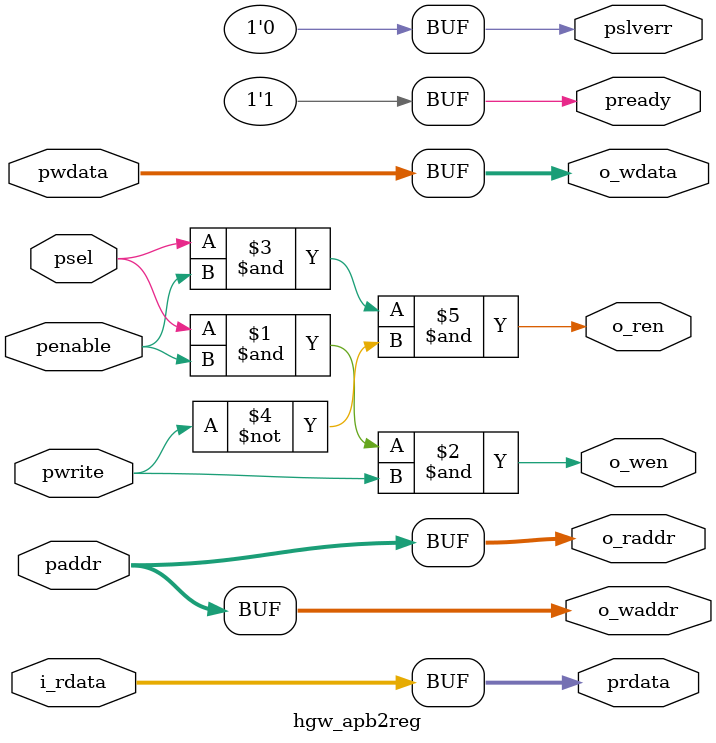
<source format=v>
module hgw_apb2reg
#(
  parameter  BW = 16,
  parameter  DELAY = 0
)(   
//APB interface  
  input  wire   [BW-1:0]     paddr     ,
  input  wire                psel      ,
  input  wire                penable   ,
  input  wire                pwrite    ,
  input  wire   [32-1:0]     pwdata    ,
  output wire                pready    ,
  output wire   [32-1:0]     prdata    ,
  output wire                pslverr   ,
//Regsiter interface
  output wire                o_wen     ,
  output wire                o_ren     ,
  output wire   [BW-1:0]     o_waddr   ,
  output wire   [BW-1:0]     o_raddr   ,
  output wire   [32-1:0]     o_wdata   ,
  input  wire   [32-1:0]     i_rdata   
);

//registers write and read enable
assign o_wen = psel & penable & pwrite;

generate
  if(DELAY == 0) begin : u
    assign o_ren = psel & penable &(~pwrite);
  end
  else begin : u
    assign o_ren = psel & !penable &(~pwrite);
  end  
endgenerate
//registers write and read address
assign o_waddr = paddr;
assign o_raddr = paddr;
//APB write to register.
assign o_wdata = pwdata;
//APB read from register.
assign prdata = i_rdata;

assign pready = 1'b1;
assign pslverr = 1'b0;

endmodule

</source>
